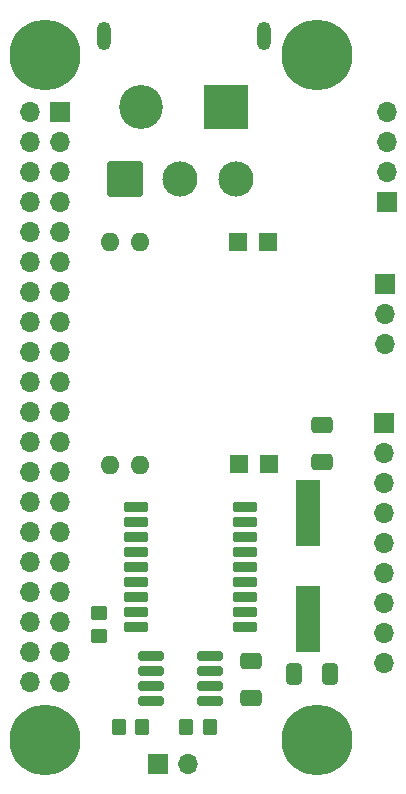
<source format=gbr>
%TF.GenerationSoftware,KiCad,Pcbnew,(6.0.5-0)*%
%TF.CreationDate,2024-03-04T13:36:44-05:00*%
%TF.ProjectId,CubeSat PCB V0.3,43756265-5361-4742-9050-43422056302e,rev?*%
%TF.SameCoordinates,Original*%
%TF.FileFunction,Soldermask,Top*%
%TF.FilePolarity,Negative*%
%FSLAX46Y46*%
G04 Gerber Fmt 4.6, Leading zero omitted, Abs format (unit mm)*
G04 Created by KiCad (PCBNEW (6.0.5-0)) date 2024-03-04 13:36:44*
%MOMM*%
%LPD*%
G01*
G04 APERTURE LIST*
G04 Aperture macros list*
%AMRoundRect*
0 Rectangle with rounded corners*
0 $1 Rounding radius*
0 $2 $3 $4 $5 $6 $7 $8 $9 X,Y pos of 4 corners*
0 Add a 4 corners polygon primitive as box body*
4,1,4,$2,$3,$4,$5,$6,$7,$8,$9,$2,$3,0*
0 Add four circle primitives for the rounded corners*
1,1,$1+$1,$2,$3*
1,1,$1+$1,$4,$5*
1,1,$1+$1,$6,$7*
1,1,$1+$1,$8,$9*
0 Add four rect primitives between the rounded corners*
20,1,$1+$1,$2,$3,$4,$5,0*
20,1,$1+$1,$4,$5,$6,$7,0*
20,1,$1+$1,$6,$7,$8,$9,0*
20,1,$1+$1,$8,$9,$2,$3,0*%
G04 Aperture macros list end*
%ADD10RoundRect,0.250000X-0.350000X-0.450000X0.350000X-0.450000X0.350000X0.450000X-0.350000X0.450000X0*%
%ADD11RoundRect,0.144000X0.943000X0.258000X-0.943000X0.258000X-0.943000X-0.258000X0.943000X-0.258000X0*%
%ADD12R,2.100000X5.600000*%
%ADD13RoundRect,0.250000X0.350000X0.450000X-0.350000X0.450000X-0.350000X-0.450000X0.350000X-0.450000X0*%
%ADD14RoundRect,0.250000X-0.650000X0.412500X-0.650000X-0.412500X0.650000X-0.412500X0.650000X0.412500X0*%
%ADD15R,1.700000X1.700000*%
%ADD16O,1.700000X1.700000*%
%ADD17C,6.000000*%
%ADD18RoundRect,0.144000X0.913000X0.258000X-0.913000X0.258000X-0.913000X-0.258000X0.913000X-0.258000X0*%
%ADD19RoundRect,0.250000X0.650000X-0.412500X0.650000X0.412500X-0.650000X0.412500X-0.650000X-0.412500X0*%
%ADD20RoundRect,0.250000X-0.412500X-0.650000X0.412500X-0.650000X0.412500X0.650000X-0.412500X0.650000X0*%
%ADD21RoundRect,0.250000X0.450000X-0.350000X0.450000X0.350000X-0.450000X0.350000X-0.450000X-0.350000X0*%
%ADD22R,1.600000X1.600000*%
%ADD23O,1.600000X1.600000*%
%ADD24R,3.716000X3.716000*%
%ADD25C,3.716000*%
%ADD26O,1.200000X2.400000*%
%ADD27RoundRect,0.102000X-1.387500X-1.387500X1.387500X-1.387500X1.387500X1.387500X-1.387500X1.387500X0*%
%ADD28C,2.979000*%
G04 APERTURE END LIST*
D10*
%TO.C,R3*%
X95025000Y-122425000D03*
X97025000Y-122425000D03*
%TD*%
D11*
%TO.C,U2*%
X102725000Y-120175000D03*
X102725000Y-118905000D03*
X102725000Y-117635000D03*
X102725000Y-116365000D03*
X97785000Y-116365000D03*
X97785000Y-117635000D03*
X97785000Y-118905000D03*
X97785000Y-120175000D03*
%TD*%
D12*
%TO.C,Y1*%
X111025000Y-113250000D03*
X111025000Y-104250000D03*
%TD*%
D13*
%TO.C,R2*%
X102775000Y-122450000D03*
X100775000Y-122450000D03*
%TD*%
D14*
%TO.C,C1*%
X112225000Y-96812500D03*
X112225000Y-99937500D03*
%TD*%
D15*
%TO.C,J7*%
X98325000Y-125500000D03*
D16*
X100865000Y-125500000D03*
%TD*%
D17*
%TO.C,J1*%
X111805000Y-123480000D03*
X88805000Y-123480000D03*
X111805000Y-65480000D03*
X88805000Y-65480000D03*
D15*
X90075000Y-70350000D03*
D16*
X87535000Y-70350000D03*
X90075000Y-72890000D03*
X87535000Y-72890000D03*
X90075000Y-75430000D03*
X87535000Y-75430000D03*
X90075000Y-77970000D03*
X87535000Y-77970000D03*
X90075000Y-80510000D03*
X87535000Y-80510000D03*
X90075000Y-83050000D03*
X87535000Y-83050000D03*
X90075000Y-85590000D03*
X87535000Y-85590000D03*
X90075000Y-88130000D03*
X87535000Y-88130000D03*
X90075000Y-90670000D03*
X87535000Y-90670000D03*
X90075000Y-93210000D03*
X87535000Y-93210000D03*
X90075000Y-95750000D03*
X87535000Y-95750000D03*
X90075000Y-98290000D03*
X87535000Y-98290000D03*
X90075000Y-100830000D03*
X87535000Y-100830000D03*
X90075000Y-103370000D03*
X87535000Y-103370000D03*
X90075000Y-105910000D03*
X87535000Y-105910000D03*
X90075000Y-108450000D03*
X87535000Y-108450000D03*
X90075000Y-110990000D03*
X87535000Y-110990000D03*
X90075000Y-113530000D03*
X87535000Y-113530000D03*
X90075000Y-116070000D03*
X87535000Y-116070000D03*
X90075000Y-118610000D03*
X87535000Y-118610000D03*
%TD*%
D18*
%TO.C,U3*%
X105695000Y-113930000D03*
X105695000Y-112660000D03*
X105695000Y-111390000D03*
X105695000Y-110120000D03*
X105695000Y-108850000D03*
X105695000Y-107580000D03*
X105695000Y-106310000D03*
X105695000Y-105040000D03*
X105695000Y-103770000D03*
X96475000Y-103770000D03*
X96475000Y-105040000D03*
X96475000Y-106310000D03*
X96475000Y-107580000D03*
X96475000Y-108850000D03*
X96475000Y-110120000D03*
X96475000Y-111390000D03*
X96475000Y-112660000D03*
X96475000Y-113930000D03*
%TD*%
D19*
%TO.C,C3*%
X106200000Y-119912500D03*
X106200000Y-116787500D03*
%TD*%
D20*
%TO.C,C2*%
X109837500Y-117900000D03*
X112962500Y-117900000D03*
%TD*%
D21*
%TO.C,R1*%
X93400000Y-114725000D03*
X93400000Y-112725000D03*
%TD*%
D22*
%TO.C,U1*%
X107662000Y-81340000D03*
X105122000Y-81340000D03*
D23*
X96867000Y-81314600D03*
X94327000Y-81340000D03*
D22*
X107789000Y-100136000D03*
X105249000Y-100136000D03*
D23*
X94327000Y-100263000D03*
X96867000Y-100237600D03*
%TD*%
D24*
%TO.C,J4*%
X104150000Y-69900000D03*
D25*
X96950000Y-69900000D03*
D26*
X107300000Y-63900000D03*
X93800000Y-63900000D03*
%TD*%
D27*
%TO.C,SW1*%
X95550000Y-75975000D03*
D28*
X100250000Y-75975000D03*
X104950000Y-75975000D03*
%TD*%
D15*
%TO.C,J5*%
X117550000Y-84875000D03*
D16*
X117550000Y-87415000D03*
X117550000Y-89955000D03*
%TD*%
D15*
%TO.C,J2*%
X117725000Y-78000000D03*
D16*
X117725000Y-75460000D03*
X117725000Y-72920000D03*
X117725000Y-70380000D03*
%TD*%
D15*
%TO.C,J3*%
X117525000Y-96650000D03*
D16*
X117525000Y-99190000D03*
X117525000Y-101730000D03*
X117525000Y-104270000D03*
X117525000Y-106810000D03*
X117525000Y-109350000D03*
X117525000Y-111890000D03*
X117525000Y-114430000D03*
X117525000Y-116970000D03*
%TD*%
M02*

</source>
